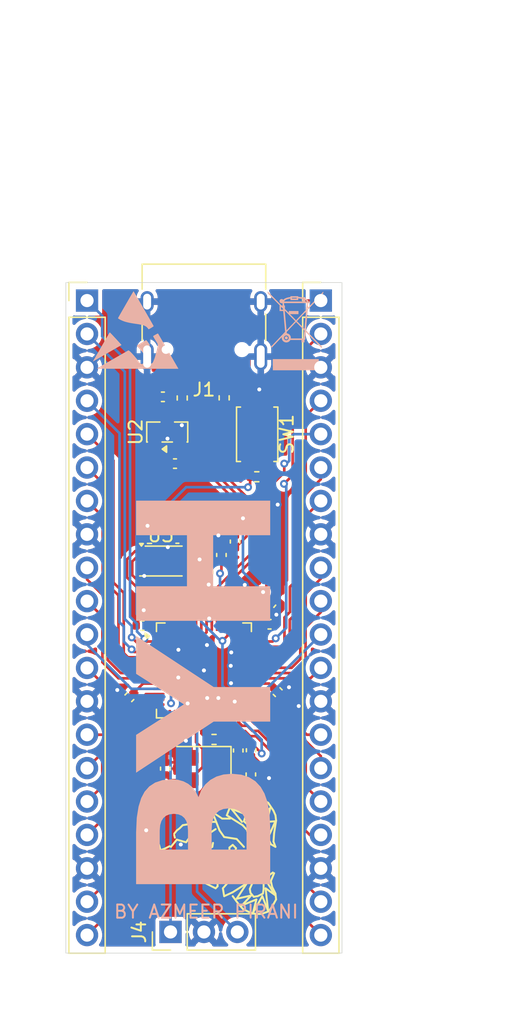
<source format=kicad_pcb>
(kicad_pcb (version 20241229) (generator "pcbnew") (generator_version "9.0")
  (layers (0 "F.Cu" signal) (2 "B.Cu" signal) (13 "F.Paste" user) (15 "B.Paste" user) (5 "F.SilkS" user "F.Silkscreen") (7 "B.SilkS" user "B.Silkscreen") (1 "F.Mask" user) (3 "B.Mask" user) (25 "Edge.Cuts" user))
  (net 0 "")
  (net 1 "+3V3")
  (net 2 "GND")
  (net 3 "+1V1")
  (net 4 "/XIN")
  (net 5 "Net-(C16-Pad1)")
  (net 6 "Net-(J1-CC2)")
  (net 7 "/UD+")
  (net 8 "/UD-")
  (net 9 "Net-(J1-CC1)")
  (net 10 "/14")
  (net 11 "/0")
  (net 12 "/8")
  (net 13 "/5")
  (net 14 "/15")
  (net 15 "/4")
  (net 16 "/6")
  (net 17 "/9")
  (net 18 "/7")
  (net 19 "/3")
  (net 20 "/10")
  (net 21 "/13")
  (net 22 "/11")
  (net 23 "/2")
  (net 24 "/12")
  (net 25 "/1")
  (net 26 "/17")
  (net 27 "/20")
  (net 28 "/RUN")
  (net 29 "/19")
  (net 30 "/27")
  (net 31 "/28")
  (net 32 "/21")
  (net 33 "/29")
  (net 34 "VBUS")
  (net 35 "/24")
  (net 36 "/18")
  (net 37 "/26")
  (net 38 "/22")
  (net 39 "/16")
  (net 40 "/23")
  (net 41 "/SWD")
  (net 42 "/SWCLK")
  (net 43 "Net-(U1-USB_DP)")
  (net 44 "Net-(U1-USB_DM)")
  (net 45 "/XOUT")
  (net 46 "Net-(R6-Pad1)")
  (net 47 "/SS")
  (net 48 "/SD3")
  (net 50 "/SD0")
  (net 51 "/SD1")
  (net 52 "/SCLK")
  (net 53 "/SD2")
  (footprint "Capacitor_SMD:C_0402_1005Metric" (layer "F.Cu") (at 153.589998 110.069999 -90)
    (property "Reference" "C9" (hide yes))
    (property "Value" "0.1uF")
  )
  (footprint "Package_DFN_QFN:QFN-56-1EP_7x7mm_P0.4mm_EP3.2x3.2mm" (layer "F.Cu") (at 150 104)
    (property "Reference" "U1")
    (property "Value" "RP2040")
  )
  (footprint "Resistor_SMD:R_0402_1005Metric" (layer "F.Cu") (at 150.77 109.25 180)
    (property "Reference" "R5" (hide yes))
    (property "Value" "1K")
  )
  (footprint "Capacitor_SMD:C_0402_1005Metric" (layer "F.Cu") (at 155.111463 98.887699 50)
    (property "Reference" "C17" (hide yes))
    (property "Value" "0.1 uF")
  )
  (footprint "Resistor_SMD:R_0402_1005Metric" (layer "F.Cu") (at 154.02 89.27 180)
    (property "Reference" "R6" (hide yes))
    (property "Value" "1K")
  )
  (footprint "Resistor_SMD:R_0402_1005Metric" (layer "F.Cu") (at 151.4 98.75 90)
    (property "Reference" "R4" (hide yes))
    (property "Value" "27")
  )
  (footprint "Capacitor_SMD:C_0402_1005Metric" (layer "F.Cu") (at 145.33 100.59 180)
    (property "Reference" "C12" (hide yes))
    (property "Value" "1uF")
  )
  (footprint "Resistor_SMD:R_0402_1005Metric" (layer "F.Cu") (at 145.86 93.96)
    (property "Reference" "R7" (hide yes))
    (property "Value" "10K")
  )
  (footprint "Resistor_SMD:R_0402_1005Metric" (layer "F.Cu") (at 151.54 83.27 -90)
    (property "Reference" "R1" (hide yes))
    (property "Value" "5.1k")
  )
  (footprint "Capacitor_SMD:C_0402_1005Metric" (layer "F.Cu") (at 150.31 96.53 90)
    (property "Reference" "C10" (hide yes))
    (property "Value" "0.1uF")
  )
  (footprint "Capacitor_SMD:C_0402_1005Metric" (layer "F.Cu") (at 147.8 88.27 180)
    (property "Reference" "C14" (hide yes))
    (property "Value" "10uF")
  )
  (footprint "Package_SON:Winbond_USON-8-1EP_3x2mm_P0.5mm_EP0.2x1.6mm" (layer "F.Cu") (at 146.725 95.68)
    (property "Reference" "U3")
    (property "Value" "W25Q16JVZPIQ TR")
  )
  (footprint "Symbol:Symbol_GNU-Logo_SilkscreenTop" (layer "F.Cu") (at 151.74 118.27 -90)
    (property "Reference" "REF**" (hide yes))
    (property "Value" "Symbol_GNU-Logo_SilkscreenTop")
  )
  (footprint "Capacitor_SMD:C_0402_1005Metric" (layer "F.Cu") (at 155.610589 105.65059 -45)
    (property "Reference" "C3" (hide yes))
    (property "Value" "0.1uF")
  )
  (footprint "Capacitor_SMD:C_0402_1005Metric" (layer "F.Cu") (at 153.57 111.91 -90)
    (property "Reference" "C16" (hide yes))
    (property "Value" "33pF")
  )
  (footprint "Capacitor_SMD:C_0402_1005Metric" (layer "F.Cu") (at 147.98 93.969998 180)
    (property "Reference" "C5" (hide yes))
    (property "Value" "0.1uF")
  )
  (footprint "Button_Switch_SMD:SW_Push_SPST_NO_Alps_SKRK" (layer "F.Cu") (at 154.05 86.04 -90)
    (property "Reference" "SW1")
    (property "Value" "SW_Push")
  )
  (footprint "Capacitor_SMD:C_0402_1005Metric" (layer "F.Cu") (at 147.06 111.47 -90)
    (property "Reference" "C15" (hide yes))
    (property "Value" "33pF")
  )
  (footprint "Connector_PinHeader_2.54mm:PinHeader_1x20_P2.54mm_Vertical" (layer "F.Cu") (at 141.11 75.87)
    (property "Reference" "J2" (hide yes))
    (property "Value" "Conn_01x20")
  )
  (footprint "Crystal:Crystal_SMD_3225-4Pin_3.2x2.5mm" (layer "F.Cu") (at 150 111.5 180)
    (property "Reference" "Y1")
    (property "Value" "12 MHz")
  )
  (footprint "Connector_PinHeader_2.54mm:PinHeader_1x20_P2.54mm_Vertical" (layer "F.Cu") (at 158.89 75.87)
    (property "Reference" "J3" (hide yes))
    (property "Value" "Conn_01x20")
  )
  (footprint "Connector_PinHeader_2.54mm:PinHeader_1x03_P2.54mm_Vertical" (layer "F.Cu") (at 147.46 123.89 90)
    (property "Reference" "J4")
    (property "Value" "Conn_01x03")
  )
  (footprint "Capacitor_SMD:C_0402_1005Metric" (layer "F.Cu") (at 146.88 83.19 180)
    (property "Reference" "C13" (hide yes))
    (property "Value" "10uF")
  )
  (footprint "Connector_USB:USB_C_Receptacle_HRO_TYPE-C-31-M-12" (layer "F.Cu") (at 150 77 180)
    (property "Reference" "J1")
    (property "Value" "USB_C_Receptacle_USB2.0_14P")
  )
  (footprint "Capacitor_SMD:C_0402_1005Metric" (layer "F.Cu") (at 152.420001 98.83 90)
    (property "Reference" "C11" (hide yes))
    (property "Value" "1uF")
  )
  (footprint "Resistor_SMD:R_0402_1005Metric" (layer "F.Cu") (at 150.46 98.75 90)
    (property "Reference" "R3" (hide yes))
    (property "Value" "27")
  )
  (footprint "Capacitor_SMD:C_0402_1005Metric" (layer "F.Cu") (at 153.529999 99.130003 90)
    (property "Reference" "C1" (hide yes))
    (property "Value" "0.1uF")
  )
  (footprint "Capacitor_SMD:C_0402_1005Metric" (layer "F.Cu") (at 151.330002 95.22 90)
    (property "Reference" "C8" (hide yes))
    (property "Value" "0.1uF")
  )
  (footprint "Capacitor_SMD:C_0402_1005Metric" (layer "F.Cu") (at 152.609999 110.09 -90)
    (property "Reference" "C4" (hide yes))
    (property "Value" "0.1uF")
  )
  (footprint "Capacitor_SMD:C_0402_1005Metric" (layer "F.Cu") (at 144.33 106.04 -135)
    (property "Reference" "C6" (hide yes))
    (property "Value" "0.1uF")
  )
  (footprint "Capacitor_SMD:C_0402_1005Metric" (layer "F.Cu") (at 152.370001 94.2 90)
    (property "Reference" "C7" (hide yes))
    (property "Value" "0.1uF")
  )
  (footprint "Package_TO_SOT_SMD:SOT-23" (layer "F.Cu") (at 147.210001 85.867496 90)
    (property "Reference" "U2")
    (property "Value" "MCP1700x-330xxTT")
  )
  (footprint "Capacitor_SMD:C_0402_1005Metric" (layer "F.Cu") (at 154.99 100.49)
    (property "Reference" "C2" (hide yes))
    (property "Value" "0.1uF")
  )
  (footprint "Resistor_SMD:R_0402_1005Metric" (layer "F.Cu") (at 148.35 83.28 -90)
    (property "Reference" "R2" (hide yes))
    (property "Value" "5.1k")
  )
  (footprint "Symbol:ESD-Logo_6.6x6mm_SilkScreen" (layer "B.Cu") (at 144.801761 78.094512 180)
    (property "Reference" "REF**" (hide yes))
    (property "Value" "ESD-Logo_6.6x6mm_SilkScreen" (hide yes))
  )
  (footprint "Symbol:WEEE-Logo_4.2x6mm_SilkScreen" (layer "B.Cu") (at 156.97 78.18 180)
    (property "Reference" "REF**" (hide yes))
    (property "Value" "WEEE-Logo_4.2x6mm_SilkScreen" (hide yes))
  )
  (gr_rect (start 139.5 74.5) (end 160.5 125.5) (stroke (width 0.05)) (fill no) (layer "Edge.Cuts"))
  (gr_text "BYH" (at 156.74 121.54 90) (layer "B.SilkS") (effects (font (size 10 10)) (justify left bottom)))
  (gr_text "BY AZMEER PIRANI\n" (at 150.17 122.35 0) (layer "B.SilkS") (effects (font (size 1 1))))
  (segment (start 150.2 100.5625) (end 150.2 100.248527) (width 0.2) (layer "F.Cu") (net 1))
  (segment (start 152.97 92.43) (end 152.97 92.196763) (width 0.2) (layer "F.Cu") (net 1))
  (segment (start 150.2 106.9) (end 150.2 107.4375) (width 0.2) (layer "F.Cu") (net 1))
  (segment (start 147.299943 105) (end 147.3 104.999943) (width 0.2) (layer "F.Cu") (net 1))
  (segment (start 150.2 100.248527) (end 150.4 100.048527) (width 0.2) (layer "F.Cu") (net 1))
  (segment (start 151.330001 96.521469) (end 151.225735 96.625735) (width 0.2) (layer "F.Cu") (net 1))
  (segment (start 150.2 108.49) (end 150.2 107.4375) (width 0.2) (layer "F.Cu") (net 1))
  (segment (start 151.609998 108.61) (end 150.32 108.61) (width 0.2) (layer "F.Cu") (net 1))
  (segment (start 148.22 105.91) (end 149.21 105.91) (width 0.2) (layer "F.Cu") (net 1))
  (segment (start 148.15 94.93) (end 148.15 94.29) (width 0.2) (layer "F.Cu") (net 1))
  (segment (start 147.309943 104.999943) (end 148.22 105.91) (width 0.2) (layer "F.Cu") (net 1))
  (segment (start 153.4375 105) (end 154.959998 105) (width 0.2) (layer "F.Cu") (net 1))
  (segment (start 150.2 101.097774) (end 150.2 100.5625) (width 0.2) (layer "F.Cu") (net 1))
  (segment (start 154.3475 100.49) (end 153.4375 101.4) (width 0.2) (layer "F.Cu") (net 1))
  (segment (start 152.69 104.91) (end 152.78 105) (width 0.2) (layer "F.Cu") (net 1))
  (segment (start 154.5 98.952473) (end 154.5 98.04) (width 0.2) (layer "F.Cu") (net 1))
  (segment (start 145.82 100.6575) (end 146.5625 101.4) (width 0.2) (layer "F.Cu") (net 1))
  (segment (start 152.2 100.5625) (end 152.6 100.5625) (width 0.2) (layer "F.Cu") (net 1))
  (segment (start 146.5625 105) (end 145.370003 105) (width 0.2) (layer "F.Cu") (net 1))
  (segment (start 151.330001 95.7) (end 151.330001 96.521469) (width 0.2) (layer "F.Cu") (net 1))
  (segment (start 152.37 94.68) (end 153.238 93.812) (width 0.2) (layer "F.Cu") (net 1))
  (segment (start 152.78 105) (end 153.4375 105) (width 0.2) (layer "F.Cu") (net 1))
  (segment (start 145.81 100.590002) (end 145.82 100.600002) (width 0.2) (layer "F.Cu") (net 1))
  (segment (start 154.51 100.49) (end 154.3475 100.49) (width 0.2) (layer "F.Cu") (net 1))
  (segment (start 148.29 88.260002) (end 148.28 88.270002) (width 0.2) (layer "F.Cu") (net 1))
  (segment (start 147.3 104.999943) (end 147.3 101.4) (width 0.2) (layer "F.Cu") (net 1))
  (segment (start 149.21 105.91) (end 150.2 106.9) (width 0.2) (layer "F.Cu") (net 1))
  (segment (start 150.6 100.248527) (end 150.4 100.048527) (width 0.2) (layer "F.Cu") (net 1))
  (segment (start 146.5625 105) (end 147.299943 105) (width 0.2) (layer "F.Cu") (net 1))
  (segment (start 154.756583 99.209056) (end 154.802925 99.255398) (width 0.2) (layer "F.Cu") (net 1))
  (segment (start 152.69 101.54) (end 152.69 104.91) (width 0.2) (layer "F.Cu") (net 1))
  (segment (start 146.37 93.96) (end 146.971 93.359) (width 0.2) (layer "F.Cu") (net 1))
  (segment (start 153.238 93.812) (end 153.238 91.928763) (width 0.2) (layer "F.Cu") (net 1))
  (segment (start 154.756583 90.293417) (end 154.756583 99.209056) (width 0.2) (layer "F.Cu") (net 1))
  (segment (start 145.370003 105) (end 144.669412 105.700591) (width 0.2) (layer "F.Cu") (net 1))
  (segment (start 152.83 101.4) (end 152.69 101.54) (width 0.2) (layer "F.Cu") (net 1))
  (segment (start 153.4375 101.4) (end 152.83 101.4) (width 0.2) (layer "F.Cu") (net 1))
  (segment (start 148.28 86.925) (end 148.159999 86.804999) (width 0.2) (layer "F.Cu") (net 1))
  (segment (start 156.11 88.94) (end 154.756583 90.293417) (width 0.2) (layer "F.Cu") (net 1))
  (segment (start 153.238 91.928763) (end 149.569239 88.260002) (width 0.2) (layer "F.Cu") (net 1))
  (segment (start 148.15 94.29) (end 148.46 93.98) (width 0.2) (layer "F.Cu") (net 1))
  (segment (start 146.971 93.359) (end 147.849004 93.359) (width 0.2) (layer "F.Cu") (net 1))
  (segment (start 154.448323 99.61) (end 154.802925 99.255398) (width 0.2) (layer "F.Cu") (net 1))
  (segment (start 147.849004 93.359) (end 148.46 93.969996) (width 0.2) (layer "F.Cu") (net 1))
  (segment (start 150.6 100.5625) (end 150.6 100.248527) (width 0.2) (layer "F.Cu") (net 1))
  (segment (start 151.35 95.7) (end 152.37 94.68) (width 0.2) (layer "F.Cu") (net 1))
  (segment (start 152.609998 109.61) (end 151.609998 108.61) (width 0.2) (layer "F.Cu") (net 1))
  (segment (start 154.802925 99.255398) (end 154.5 98.952473) (width 0.2) (layer "F.Cu") (net 1))
  (segment (start 151.330001 95.7) (end 150.560001 94.93) (width 0.2) (layer "F.Cu") (net 1))
  (segment (start 156.11 88.27) (end 156.11 88.94) (width 0.2) (layer "F.Cu") (net 1))
  (segment (start 154.51 99.548323) (end 154.802925 99.255398) (width 0.2) (layer "F.Cu") (net 1))
  (segment (start 154.959998 105) (end 155.271178 105.31118) (width 0.2) (layer "F.Cu") (net 1))
  (segment (start 149.569239 88.260002) (end 148.29 88.260002) (width 0.2) (layer "F.Cu") (net 1))
  (segment (start 150.32 108.61) (end 150.2 108.49) (width 0.2) (layer "F.Cu") (net 1))
  (segment (start 152.97 92.196763) (end 153.238 91.928763) (width 0.2) (layer "F.Cu") (net 1))
  (segment (start 150.560001 94.93) (end 148.15 94.93) (width 0.2) (layer "F.Cu") (net 1))
  (segment (start 154.51 100.49) (end 154.51 99.548323) (width 0.2) (layer "F.Cu") (net 1))
  (segment (start 149.897774 101.4) (end 150.2 101.097774) (width 0.2) (layer "F.Cu") (net 1))
  (segment (start 145.82 100.600002) (end 145.82 100.6575) (width 0.2) (layer "F.Cu") (net 1))
  (segment (start 152.6 100.5625) (end 152.6 100.54) (width 0.2) (layer "F.Cu") (net 1))
  (segment (start 146.5625 101.4) (end 149.897774 101.4) (width 0.2) (layer "F.Cu") (net 1))
  (segment (start 153.53 99.61) (end 154.448323 99.61) (width 0.2) (layer "F.Cu") (net 1))
  (segment (start 147.3 104.999943) (end 147.309943 104.999943) (width 0.2) (layer "F.Cu") (net 1))
  (segment (start 148.28 88.270002) (end 148.28 86.925) (width 0.2) (layer "F.Cu") (net 1))
  (segment (start 152.6 100.54) (end 153.53 99.61) (width 0.2) (layer "F.Cu") (net 1))
  (via (at 150.4 100.048527) (size 0.6) (drill 0.3) (layers "F.Cu" "B.Cu") (net 1))
  (via (at 154.5 98.04) (size 0.6) (drill 0.3) (layers "F.Cu" "B.Cu") (net 1))
  (via (at 156.11 88.27) (size 0.6) (drill 0.3) (layers "F.Cu" "B.Cu") (net 1))
  (via (at 152.97 92.43) (size 0.6) (drill 0.3) (layers "F.Cu" "B.Cu") (net 1))
  (via (at 151.225735 96.625735) (size 0.6) (drill 0.3) (layers "F.Cu" "B.Cu") (net 1))
  (segment (start 152.97 92.65) (end 152.97 92.43) (width 0.2) (layer "B.Cu") (net 1))
  (segment (start 156.278 88.27) (end 156.489 88.059) (width 0.2) (layer "B.Cu") (net 1))
  (segment (start 151.225735 96.625735) (end 151.225735 99.222793) (width 0.2) (layer "B.Cu") (net 1))
  (segment (start 154.5 98.04) (end 152.97 96.51) (width 0.2) (layer "B.Cu") (net 1))
  (segment (start 152.97 96.51) (end 152.97 92.65) (width 0.2) (layer "B.Cu") (net 1))
  (segment (start 156.489 86.381057) (end 156.840057 86.03) (width 0.2) (layer "B.Cu") (net 1))
  (segment (start 156.840057 86.03) (end 158.89 86.03) (width 0.2) (layer "B.Cu") (net 1))
  (segment (start 156.489 88.059) (end 156.489 86.381057) (width 0.2) (layer "B.Cu") (net 1))
  (segment (start 156.11 88.27) (end 156.278 88.27) (width 0.2) (layer "B.Cu") (net 1))
  (segment (start 151.225735 99.222793) (end 150.4 100.048527) (width 0.2) (layer "B.Cu") (net 1))
  (segment (start 150.310001 96.05) (end 150.16 96.05) (width 0.2) (layer "F.Cu") (net 2))
  (segment (start 147.060002 110.990001) (end 148.56 110.990001) (width 0.2) (layer "F.Cu") (net 2))
  (segment (start 155.47 99.8) (end 155.51 99.76) (width 0.2) (layer "F.Cu") (net 2))
  (segment (start 152.370002 93.72) (end 151.11 93.72) (width 0.2) (layer "F.Cu") (net 2))
  (segment (start 151.100001 112.349998) (end 151.100001 111.909999) (width 0.2) (layer "F.Cu") (net 2))
  (segment (start 153.775274 110.549998) (end 154.95 111.724724) (width 0.2) (layer "F.Cu") (net 2))
  (segment (start 143.990588 106.070588) (end 143.41 105.49) (width 0.2) (layer "F.Cu") (net 2))
  (segment (start 147.5 93.97) (end 147.5 94.378054) (width 0.2) (layer "F.Cu") (net 2))
  (segment (start 151.330003 93.960003) (end 151.1 93.73) (width 0.2) (layer "F.Cu") (net 2))
  (segment (start 152.420002 98.35) (end 152.420002 98.179998) (width 0.2) (layer "F.Cu") (net 2))
  (segment (start 145.3 96.43) (end 145.3 96.652472) (width 0.2) (layer "F.Cu") (net 2))
  (segment (start 149 106.749611) (end 148.761865 106.511476) (width 0.2) (layer "F.Cu") (net 2))
  (segment (start 153.249999 81.669999) (end 154.21 82.63) (width 0.2) (layer "F.Cu") (net 2))
  (segment (start 150.16 96.05) (end 149.67 95.56) (width 0.2) (layer "F.Cu") (net 2))
  (segment (start 145.3 96.652472) (end 145.46 96.812472) (width 0.2) (layer "F.Cu") (net 2))
  (segment (start 155.47 100.49) (end 155.47 99.8) (width 0.2) (layer "F.Cu") (net 2))
  (segment (start 147.5 94.378054) (end 147.254329 94.623725) (width 0.2) (layer "F.Cu") (net 2))
  (segment (start 153.569994 110.57) (end 153.589996 110.549998) (width 0.2) (layer "F.Cu") (net 2))
  (segment (start 153.529998 98.650006) (end 153.529998 97.918528) (width 0.2) (layer "F.Cu") (net 2))
  (segment (start 152.420002 98.179998) (end 153.105735 97.494265) (width 0.2) (layer "F.Cu") (net 2))
  (segment (start 151.330003 94.74) (end 151.330003 93.960003) (width 0.2) (layer "F.Cu") (net 2))
  (segment (start 149 107.4375) (end 149 106.749611) (width 0.2) (layer "F.Cu") (net 2))
  (segment (start 148.17 117.17) (end 146.38 117.17) (width 0.2) (layer "F.Cu") (net 2))
  (segment (start 151.11 93.72) (end 151.1 93.73) (width 0.2) (layer "F.Cu") (net 2))
  (segment (start 146.38 117.17) (end 145.61 116.4) (width 0.2) (layer "F.Cu") (net 2))
  (segment (start 152.61 110.57) (end 153.569994 110.57) (width 0.2) (layer "F.Cu") (net 2))
  (segment (start 148.56 110.990001) (end 148.899999 110.650002) (width 0.2) (layer "F.Cu") (net 2))
  (segment (start 154.95 111.724724) (end 154.95 112.19) (width 0.2) (layer "F.Cu") (net 2))
  (segment (start 143.990588 106.379409) (end 143.990588 106.070588) (width 0.2) (layer "F.Cu") (net 2))
  (segment (start 153.529998 97.918528) (end 153.105735 97.494265) (width 0.2) (layer "F.Cu") (net 2))
  (segment (start 144.85 99.99) (end 145.42 99.42) (width 0.2) (layer "F.Cu") (net 2))
  (segment (start 153.249999 81.045002) (end 153.249999 81.669999) (width 0.2) (layer "F.Cu") (net 2))
  (segment (start 153.569998 112.389999) (end 153.469998 112.289999) (width 0.2) (layer "F.Cu") (net 2))
  (segment (start 144.85 100.589998) (end 144.85 99.99) (width 0.2) (layer "F.Cu") (net 2))
  (segment (start 148.24 117.24) (end 148.17 117.17) (width 0.2) (layer "F.Cu") (net 2))
  (segment (start 153.589996 110.549998) (end 153.775274 110.549998) (width 0.2) (layer "F.Cu") (net 2))
  (segment (start 145.61 116.4) (end 145.61 116.16) (width 0.2) (layer "F.Cu") (net 2))
  (via (at 147.254329 94.623725) (size 0.6) (drill 0.3) (layers "F.Cu" "B.Cu") (net 2))
  (via (at 148.05 104.54) (size 0.6) (drill 0.3) (layers "F.Cu" "B.Cu") (net 2))
  (via (at 145.61 116.16) (size 0.6) (drill 0.3) (layers "F.Cu" "B.Cu") (net 2))
  (via (at 152.04 103.65) (size 0.6) (drill 0.3) (layers "F.Cu" "B.Cu") (net 2))
  (via (at 145.42 99.42) (size 0.6) (drill 0.3) (layers "F.Cu" "B.Cu") (net 2))
  (via (at 150.23 102.07) (size 0.6) (drill 0.3) (layers "F.Cu" "B.Cu") (net 2))
  (via (at 151.1 93.73) (size 0.6) (drill 0.3) (layers "F.Cu" "B.Cu") (net 2))
  (via (at 152.08 102.63) (size 0.6) (drill 0.3) (layers "F.Cu" "B.Cu") (net 2))
  (via (at 153.105735 97.494265) (size 0.6) (drill 0.3) (layers "F.Cu" "B.Cu") (net 2))
  (via (at 150 104) (size 0.6) (drill 0.3) (layers "F.Cu" "B.Cu") (net 2))
  (via (at 145.46 96.812472) (size 0.6) (drill 0.3) (layers "F.Cu" "B.Cu") (net 2))
  (via (at 148.63 109.35) (size 0.6) (drill 0.3) (layers "F.Cu" "B.Cu") (net 2))
  (via (at 155.51 99.76) (size 0.6) (drill 0.3) (layers "F.Cu" "B.Cu") (net 2))
  (via (at 148.24 117.24) (size 0.6) (drill 0.3) (layers "F.Cu" "B.Cu") (net 2))
  (via (at 154.95 112.19) (size 0.6) (drill 0.3) (layers "F.Cu" "B.Cu") (net 2))
  (via (at 149.67 95.56) (size 0.6) (drill 0.3) (layers "F.Cu" "B.Cu") (net 2))
  (via (at 157.21 106.71) (size 0.6) (drill 0.3) (layers "F.Cu" "B.Cu") (net 2))
  (via (at 148.32 85.35) (size 0.6) (drill 0.3) (layers "F.Cu" "B.Cu") (net 2))
  (via (at 155.61 91.39) (size 0.6) (drill 0.3) (layers "F.Cu" "B.Cu") (net 2))
  (via (at 148.761865 106.511476) (size 0.6) (drill 0.3) (layers "F.Cu" "B.Cu") (net 2))
  (via (at 156.47 105.28) (size 0.6) (drill 0.3) (layers "F.Cu" "B.Cu") (net 2))
  (via (at 143.41 105.49) (size 0.6) (drill 0.3) (layers "F.Cu" "B.Cu") (net 2))
  (via (at 150 104) (size 0.6) (drill 0.3) (layers "F.Cu" "B.Cu") (net 2))
  (via (at 152.06 104.97) (size 0.6) (drill 0.3) (layers "F.Cu" "B.Cu") (net 2))
  (via (at 154.21 82.63) (size 0.6) (drill 0.3) (layers "F.Cu" "B.Cu") (net 2))
  (via (at 147.23 86.37) (size 0.6) (drill 0.3) (layers "F.Cu" "B.Cu") (net 2))
  (via (at 148.06 102.43) (size 0.6) (drill 0.3) (layers "F.Cu" "B.Cu") (net 2))
  (segment (start 148.63 116.85) (end 148.24 117.24) (width 0.2) (layer "B.Cu") (net 2))
  (segment (start 157.21 109.93) (end 154.95 112.19) (width 0.2) (layer "B.Cu") (net 2))
  (segment (start 148.63 109.35) (end 148.63 116.85) (width 0.2) (layer "B.Cu") (net 2))
  (segment (start 157.21 106.71) (end 157.21 109.93) (width 0.2) (layer "B.Cu") (net 2))
  (segment (start 151.8 99.93) (end 152.42 99.31) (width 0.2) (layer "F.Cu") (net 3))
  (segment (start 153.665219 109.59) (end 154.393957 110.318738) (width 0.2) (layer "F.Cu") (net 3))
  (segment (start 153.59 109.59) (end 153.665219 109.59) (width 0.2) (layer "F.Cu") (net 3))
  (segment (start 149.8 100.5625) (end 149.8 97.519999) (width 0.2) (layer "F.Cu") (net 3))
  (segment (start 153.54 109.59) (end 152.966451 109.016451) (width 0.2) (layer "F.Cu") (net 3))
  (segment (start 152.583549 109.016451) (end 151.776098 108.209) (width 0.2) (layer "F.Cu") (net 3))
  (segment (start 153.59 109.59) (end 153.54 109.59) (width 0.2) (layer "F.Cu") (net 3))
  (segment (start 150.6 107.4375) (end 150.6 107.972774) (width 0.2) (layer "F.Cu") (net 3))
  (segment (start 150.309999 97.01) (end 150.309999 97.417214) (width 0.2) (layer "F.Cu") (net 3))
  (segment (start 150.836226 108.209) (end 151.776098 108.209) (width 0.2) (layer "F.Cu") (net 3))
  (segment (start 151.8 101.36) (end 151.41 101.75) (width 0.2) (layer "F.Cu") (net 3))
  (segment (start 153.51745 109.56745) (end 153.52745 109.56745) (width 0.2) (layer "F.Cu") (net 3))
  (segment (start 150.6 107.972774) (end 150.836226 108.209) (width 0.2) (layer "F.Cu") (net 3))
  (segment (start 151.8 100.5625) (end 151.8 99.93) (width 0.2) (layer "F.Cu") (net 3))
  (segment (start 150.309999 97.417214) (end 150.362785 97.47) (width 0.2) (layer "F.Cu") (net 3))
  (segment (start 149.8 97.519999) (end 150.309999 97.01) (width 0.2) (layer "F.Cu") (net 3))
  (segment (start 151.8 101.36) (end 151.8 100.5625) (width 0.2) (layer "F.Cu") (net 3))
  (segment (start 152.966451 109.016451) (end 152.583549 109.016451) (width 0.2) (layer "F.Cu") (net 3))
  (via (at 154.393957 110.318738) (size 0.6) (drill 0.3) (layers "F.Cu" "B.Cu") (net 3))
  (via (at 150.362785 97.47) (size 0.6) (drill 0.3) (layers "F.Cu" "B.Cu") (net 3))
  (via (at 151.41 101.75) (size 0.6) (drill 0.3) (layers "F.Cu" "B.Cu") (net 3))
  (segment (start 154.393957 110.318738) (end 154.393957 109.2739) (width 0.2) (layer "B.Cu") (net 3))
  (segment (start 151.739 105.498943) (end 151.41 105.169943) (width 0.2) (layer "B.Cu") (net 3))
  (segment (start 151.25153 101.75) (end 151.41 101.75) (width 0.2) (layer "B.Cu") (net 3))
  (segment (start 149.799 98.033785) (end 149.799 100.29747) (width 0.2) (layer "B.Cu") (net 3))
  (segment (start 154.393957 109.2739) (end 151.739 106.618943) (width 0.2) (layer "B.Cu") (net 3))
  (segment (start 151.739 106.618943) (end 151.739 105.498943) (width 0.2) (layer "B.Cu") (net 3))
  (segment (start 150.362785 97.47) (end 149.799 98.033785) (width 0.2) (layer "B.Cu") (net 3))
  (segment (start 149.799 100.29747) (end 151.25153 101.75) (width 0.2) (layer "B.Cu") (net 3))
  (segment (start 151.41 105.169943) (end 151.41 101.75) (width 0.2) (layer "B.Cu") (net 3))
  (segment (start 148.899998 112.350003) (end 147.460002 112.350003) (width 0.2) (layer "F.Cu") (net 4))
  (segment (start 149.4 107.4375) (end 149.4 109.46) (width 0.2) (layer "F.Cu") (net 4))
  (segment (start 149.900999 111.349002) (end 148.899998 112.350003) (width 0.2) (layer "F.Cu") (net 4))
  (segment (start 149.900999 109.960999) (end 149.900999 111.349002) (width 0.2) (layer "F.Cu") (net 4))
  (segment (start 149.4 109.46) (end 149.900999 109.960999) (width 0.2) (layer "F.Cu") (net 4))
  (segment (start 147.460002 112.350003) (end 147.059998 111.949999) (width 0.2) (layer "F.Cu") (net 4))
  (segment (start 153.570002 111.430001) (end 153.470002 111.330001) (width 0.2) (layer "F.Cu") (net 5))
  (segment (start 151.28 109.25) (end 151.28 110.469999) (width 0.2) (layer "F.Cu") (net 5))
  (segment (start 151.100002 110.649997) (end 151.650005 111.2) (width 0.2) (layer "F.Cu") (net 5))
  (segment (start 151.28 110.469999) (end 151.100002 110.649997) (width 0.2) (layer "F.Cu") (net 5))
  (segment (start 152.620002 111.430001) (end 153.570002 111.430001) (width 0.2) (layer "F.Cu") (net 5))
  (segment (start 152.390001 111.2) (end 152.620002 111.430001) (width 0.2) (layer "F.Cu") (net 5))
  (segment (start 151.650005 111.2) (end 152.390001 111.2) (width 0.2) (layer "F.Cu") (net 5))
  (segment (start 148.35 82.77) (end 148.249998 82.669998) (width 0.2) (layer "F.Cu") (net 6))
  (segment (start 148.249998 82.669998) (end 148.249998 81.045002) (width 0.2) (layer "F.Cu") (net 6))
  (segment (start 149.250001 82.021996) (end 149.299003 82.070998) (width 0.2) (layer "F.Cu") (net 7))
  (segment (start 149.250001 81.044999) (end 149.250001 82.021996) (width 0.2) (layer "F.Cu") (net 7))
  (segment (start 150.010002 87.749914) (end 149.84618 87.749914) (width 0.2) (layer "F.Cu") (net 7))
  (segment (start 150.201003 82.070998) (end 150.250002 82.021999) (width 0.2) (layer "F.Cu") (net 7))
  (segment (start 150.010002 86.549914) (end 149.84618 86.549914) (width 0.2) (layer "F.Cu") (net 7))
  (segment (start 149.60618 87.509914) (end 149.60618 87.389914) (width 0.2) (layer "F.Cu") (net 7))
  (segment (start 150.250002 82.021999) (end 150.250002 81.045001) (width 0.2) (layer "F.Cu") (net 7))
  (segment (start 150.250002 84.693855) (end 150.250002 82.021999) (width 0.2) (layer "F.Cu") (net 7))
  (segment (start 150.250002 85.589914) (end 150.250002 84.739288) (width 0.2) (layer "F.Cu") (net 7))
  (segment (start 150.46 98.24) (end 153.639 95.061) (width 0.2) (layer "F.Cu") (net 7))
  (segment (start 150.250002 88.373665) (end 150.250002 87.989914) (width 0.2) (layer "F.Cu") (net 7))
  (segment (start 149.84618 85.949914) (end 150.010002 85.949914) (width 0.2) (layer "F.Cu") (net 7))
  (segment (start 149.60618 86.309914) (end 149.60618 86.189914) (width 0.2) (layer "F.Cu") (net 7))
  (segment (start 150.250002 84.709288) (end 150.250002 84.693855) (width 0.2) (layer "F.Cu") (net 7))
  (segment (start 150.250002 84.739288) (end 150.250002 84.709288) (width 0.2) (layer "F.Cu") (net 7))
  (segment (start 150.250002 85.709914) (end 150.250002 85.589914) (width 0.2) (layer "F.Cu") (net 7))
  (segment (start 149.84618 87.149914) (end 150.010002 87.149914) (width 0.2) (layer "F.Cu") (net 7))
  (segment (start 153.639 95.061) (end 153.639 91.762663) (width 0.2) (layer "F.Cu") (net 7))
  (segment (start 153.639 91.762663) (end 150.250002 88.373665) (width 0.2) (layer "F.Cu") (net 7))
  (segment (start 149.299003 82.070998) (end 150.201003 82.070998) (width 0.2) (layer "F.Cu") (net 7))
  (segment (start 150.250002 86.909914) (end 150.250002 86.789914) (width 0.2) (layer "F.Cu") (net 7))
  (arc (start 150.010002 87.149914) (mid 150.179708 87.07962) (end 150.250002 86.909914) (width 0.2) (layer "F.Cu") (net 7))
  (arc (start 150.250002 87.989914) (mid 150.179708 87.820208) (end 150.010002 87.749914) (width 0.2) (layer "F.Cu") (net 7))
  (arc (start 149.84618 87.749914) (mid 149.676474 87.67962) (end 149.60618 87.509914) (width 0.2) (layer "F.Cu") (net 7))
  (arc (start 149.60618 87.389914) (mid 149.676474 87.220208) (end 149.84618 87.149914) (width 0.2) (layer "F.Cu") (net 7))
  (arc (start 149.84618 86.549914) (mid 149.676474 86.47962) (end 149.60618 86.309914) (width 0.2) (layer "F.Cu") (net 7))
  (arc (start 150.250002 86.789914) (mid 150.179708 86.620208) (end 150.010002 86.549914) (width 0.2) (layer "F.Cu") (net 7))
  (arc (start 149.60618 86.189914) (mid 149.676474 86.020208) (end 149.84618 85.949914) (width 0.2) (layer "F.Cu") (net 7))
  (arc (start 150.010002 85.949914) (mid 150.179708 85.87962) (end 150.250002 85.709914) (width 0.2) (layer "F.Cu") (net 7))
  (segment (start 150.750001 80.068) (end 150.750001 81.044999) (width 0.2) (layer "F.Cu") (net 8))
  (segment (start 149.750003 81.044998) (end 149.750003 80.068) (width 0.2) (layer "F.Cu") (net 8))
  (segment (start 149.799002 80.019001) (end 150.701002 80.019001) (width 0.2) (layer "F.Cu") (net 8))
  (segment (start 150.701002 80.019001) (end 150.750001 80.068) (width 0.2) (layer "F.Cu") (net 8))
  (segment (start 154.04 91.596563) (end 150.750001 88.306564) (width 0.2) (layer "F.Cu") (net 8))
  (segment (start 154.04 95.2271) (end 154.04 91.596563) (width 0.2) (layer "F.Cu") (net 8))
  (segment (start 150.750001 88.306564) (end 150.750001 81.044999) (width 0.2) (layer "F.Cu") (net 8))
  (segment (start 151.21355 98.05355) (end 154.04 95.2271) (width 0.2) (layer "F.Cu") (net 8))
  (segment (start 151.4 98.24) (end 151.21355 98.05355) (width 0.2) (layer "F.Cu") (net 8))
  (segment (start 149.750003 80.068) (end 149.799002 80.019001) (width 0.2) (layer "F.Cu") (net 8))
  (segment (start 151.25 82.47) (end 151.25 81.045) (width 0.2) (layer "F.Cu") (net 9))
  (segment (start 151.54 82.76) (end 151.25 82.47) (width 0.2) (layer "F.Cu") (net 9))
  (segment (start 143.072 119.628) (end 141.11 121.59) (width 0.2) (layer "F.Cu") (net 10))
  (segment (start 147.69 108.72) (end 145.5213 108.72) (width 0.2) (layer "F.Cu") (net 10))
  (segment (start 148.2 108.21) (end 147.69 108.72) (width 0.2) (layer "F.Cu") (net 10))
  (segment (start 148.2 107.4375) (end 148.2 108.21) (width 0.2) (layer "F.Cu") (net 10))
  (segment (start 143.072 111.1693) (end 143.072 119.628) (width 0.2) (layer "F.Cu") (net 10))
  (segment (start 145.5213 108.72) (end 143.072 111.1693) (width 0.2) (layer "F.Cu") (net 10))
  (segment (start 146.5625 101.8) (end 145.667794 101.8) (width 0.2) (layer "F.Cu") (net 11))
  (segment (start 145.667794 101.8) (end 145.463897 101.596103) (width 0.2) (layer "F.Cu") (net 11))
  (via (at 145.463897 101.596103) (size 0.6) (drill 0.3) (layers "F.Cu" "B.Cu") (net 11))
  (segment (start 144.38 80.71) (end 142.261 78.591) (width 0.2) (layer "B.Cu") (net 11))
  (segment (start 144.911 100.453957) (end 144.38 99.922957) (width 0.2) (layer "B.Cu") (net 11))
  (segment (start 145.463897 101.596103) (end 145.111 101.243206) (width 0.2) (layer "B.Cu") (net 11))
  (segment (start 144.38 99.922957) (end 144.38 80.71) (width 0.2) (layer "B.Cu") (net 11))
  (segment (start 145.111 101.241792) (end 144.911 101.041792) (width 0.2) (layer "B.Cu") (net 11))
  (segment (start 142.261 77.021) (end 141.11 75.87) (width 0.2) (layer "B.Cu") (net 11))
  (segment (start 144.911 101.041792) (end 144.911 100.453957) (width 0.2) (layer "B.Cu") (net 11))
  (segment (start 145.111 101.243206) (end 145.111 101.241792) (width 0.2) (layer "B.Cu") (net 11))
  (segment (start 142.261 78.591) (end 142.261 77.021) (width 0.2) (layer "B.Cu") (net 11))
  (segment (start 147.1 105.4) (end 146.5625 105.4) (width 0.2) (layer "F.Cu") (net 12))
  (segment (start 147.497838 106.498624) (end 147.497838 105.797838) (width 0.2) (layer "F.Cu") (net 12))
  (segment (start 147.497838 105.797838) (end 147.1 105.4) (width 0.2) (layer "F.Cu") (net 12))
  (via (at 147.497838 106.498624) (size 0.6) (drill 0.3) (layers "F.Cu" "B.Cu") (net 12))
  (segment (start 147.1 105.4) (end 144.48 105.4) (width 0.2) (layer "B.Cu") (net 12))
  (segment (start 147.497838 106.498624) (end 147.497838 105.797838) (width 0.2) (layer "B.Cu") (net 12))
  (segment (start 141.11 102.03) (end 141.11 101.27) (width 0.2) (layer "B.Cu") (net 12))
  (segment (start 144.48 105.4) (end 141.11 102.03) (width 0.2) (layer "B.Cu") (net 12))
  (segment (start 147.497838 105.797838) (end 147.1 105.4) (width 0.2) (layer "B.Cu") (net 12))
  (segment (start 142.3 97.67) (end 142.3 92.3) (width 0.2) (layer "F.Cu") (net 13))
  (segment (start 143.09 103.04) (end 143.09 98.46) (width 0.2) (layer "F.Cu") (net 13))
  (segment (start 146.5625 103.8) (end 143.85 103.8) (width 0.2) (layer "F.Cu") (net 13))
  (segment (start 142.3 92.3) (end 141.11 91.11) (width 0.2) (layer "F.Cu") (net 13))
  (segment (start 143.09 98.46) (end 142.3 97.67) (width 0.2) (layer "F.Cu") (net 13))
  (segment (start 143.85 103.8) (end 143.09 103.04) (width 0.2) (layer "F.Cu") (net 13))
  (segment (start 143.473 111.3354) (end 143.473 121.767) (width 0.2) (layer "F.Cu") (net 14))
  (segment (start 145.6884 109.12) (end 143.473 111.3354) (width 0.2) (layer "F.Cu") (net 14))
  (segment (start 148.6 107.4375) (end 148.6 108.3229) (width 0.2) (layer "F.Cu") (net 14))
  (segment (start 143.473 121.767) (end 141.11 124.13) (width 0.2) (layer "F.Cu") (net 14))
  (segment (start 147.87 109.12) (end 145.6884 109.12) (width 0.2) (layer "F.Cu") (net 14))
  (segment (start 148.6 108.3229) (end 148.601 108.3239) (width 0.2) (layer "F.Cu") (net 14))
  (segment (start 148.601 108.389) (end 147.87 109.12) (width 0.2) (layer "F.Cu") (net 14))
  (segment (start 148.601 108.3239) (end 148.601 108.389) (width 0.2) (layer "F.Cu") (net 14))
  (segment (start 142.7 97.49) (end 142.7 96.312) (width 0.2) (layer "F.Cu") (net 15))
  (segment (start 146.5625 103.4) (end 144.04 103.4) (width 0.2) (layer "F.Cu") (net 15))
  (segment (start 142.7 96.312) (end 142.701 96.311) (width 0.2) (layer "F.Cu") (net 15))
  (segment (start 143.5 102.86) (end 143.5 98.29) (width 0.2) (layer "F.Cu") (net 15))
  (segment (start 144.04 103.4) (end 143.5 102.86) (width 0.2) (layer "F.Cu") (net 15))
  (segment (start 143.5 98.29) (end 142.7 97.49) (width 0.2) (layer "F.Cu") (net 15))
  (segment (start 142.701 90.161) (end 141.11 88.57) (width 0.2) (layer "F.Cu") (net 15))
  (segment (start 142.701 96.311) (end 142.701 90.161) (width 0.2) (layer "F.Cu") (net 15))
  (segment (start 141.11 97.08) (end 141.11 96.19) (width 0.2) (layer "F.Cu") (net 16))
  (segment (start 143.67 104.2) (end 142.68 103.21) (width 0.2) (layer "F.Cu") (net 16))
  (segment (start 142.68 103.21) (end 142.68 98.65) (width 0.2) (layer "F.Cu") (net 16))
  (segment (start 146.5625 104.2) (end 143.67 104.2) (width 0.2) (layer "F.Cu") (net 16))
  (segment (start 142.68 98.65) (end 141.11 97.08) (width 0.2) (layer "F.Cu") (net 16))
  (segment (start 143.8229 107.57) (end 143.25 107.57) (width 0.2) (layer "F.Cu") (net 17))
  (segment (start 142.58 106.9) (end 142.58 105.28) (width 0.2) (layer "F.Cu") (net 17))
  (segment (start 143.25 107.57) (end 142.58 106.9) (width 0.2) (layer "F.Cu") (net 17))
  (segment (start 145.5929 105.8) (end 143.8229 107.57) (width 0.2) (layer "F.Cu") (net 17))
  (segment (start 146.5625 105.8) (end 145.5929 105.8) (width 0.2) (layer "F.Cu") (net 17))
  (segment (start 142.58 105.28) (end 141.11 103.81) (width 0.2) (layer "F.Cu") (net 17))
  (segment (start 142.28 103.38) (end 142.28 99.9) (width 0.2) (layer "F.Cu") (net 18))
  (segment (start 142.28 99.9) (end 141.11 98.73) (width 0.2) (layer "F.Cu") (net 18))
  (segment (start 146.5625 104.6) (end 143.5 104.6) (width 0.2) (layer "F.Cu") (net 18))
  (segment (start 143.5 104.6) (end 142.28 103.38) (width 0.2) (layer "F.Cu") (net 18))
  (segment (start 143.12 97.32) (end 143.12 88.04) (width 0.2) (layer "F.Cu") (net 19))
  (segment (start 144.22 103) (end 143.9 102.68) (width 0.2) (layer "F.Cu") (net 19))
  (segment (start 146.5625 103) (end 144.22 103) (width 0.2) (layer "F.Cu") (net 19))
  (segment (start 143.9 102.68) (end 143.9 98.1) (width 0.2) (layer "F.Cu") (net 19))
  (segment (start 143.12 88.04) (end 141.11 86.03) (width 0.2) (layer "F.Cu") (net 19))
  (segment (start 143.9 98.1) (end 143.12 97.32) (width 0.2) (layer "F.Cu") (net 19))
  (segment (start 146.5625 106.2) (end 145.76 106.2) (width 0.2) (layer "F.Cu") (net 20))
  (segment (start 143.07 108.89) (end 141.11 108.89) (width 0.2) (layer "F.Cu") (net 20))
  (segment (start 145.76 106.2) (end 143.07 108.89) (width 0.2) (layer "F.Cu") (net 20))
  (segment (start 147.8 107.4375) (end 147.8 108.02) (width 0.2) (layer "F.Cu") (net 21))
  (segment (start 145.3542 108.32) (end 142.671 111.0032) (width 0.2) (layer "F.Cu") (net 21))
  (segment (start 147.5 108.32) (end 145.3542 108.32) (width 0.2) (layer "F.Cu") (net 21))
  (segment (start 142.671 114.949) (end 141.11 116.51) (width 0.2) (layer "F.Cu") (net 21))
  (segment (start 147.8 108.02) (end 147.5 108.32) (width 0.2) (layer "F.Cu") (net 21))
  (segment (start 142.671 111.0032) (end 142.671 114.949) (width 0.2) (layer "F.Cu") (net 21))
  (segment (start 145.94 106.6) (end 141.11 111.43) (width 0.2) (layer "F.Cu") (net 22))
  (segment (start 146.5625 106.6) (end 145.94 106.6) (width 0.2) (layer "F.Cu") (net 22))
  (segment (start 144.86 102.6) (end 146.5625 102.6) (width 0.2) (layer "F.Cu") (net 23))
  (segment (start 144.7 102.6) (end 144.5 102.4) (width 0.2) (layer "F.Cu") (net 23))
  (segment (start 144.86 102.6) (end 144.7 102.6) (width 0.2) (layer "F.Cu") (net 23))
  (via (at 144.5 102.4) (size 0.6) (drill 0.3) (layers "F.Cu" "B.Cu") (net 23))
  (segment (start 143.909 101.241792) (end 143.91 101.240792) (width 0.2) (layer "B.Cu") (net 23))
  (segment (start 143.91 100.66477) (end 143.578 100.33277) (width 0.2) (layer "B.Cu") (net 23))
  (segment (start 143.91 101.81) (end 143.91 101.740678) (width 0.2) (layer "B.Cu") (net 23))
  (segment (start 143.909 101.739678) (end 143.909 101.241792) (width 0.2) (layer "B.Cu") (net 23))
  (segment (start 143.91 101.740678) (end 143.909 101.739678) (width 0.2) (layer "B.Cu") (net 23))
  (segment (start 143.578 100.33277) (end 143.578 85.958) (width 0.2) (layer "B.Cu") (net 23))
  (segment (start 143.91 101.240792) (end 143.91 100.66477) (width 0.2) (layer "B.Cu") (net 23))
  (segment (start 143.578 85.958) (end 141.11 83.49) (width 0.2) (layer "B.Cu") (net 23))
  (segment (start 144.5 102.4) (end 143.91 101.81) (width 0.2) (layer "B.Cu") (net 23))
  (segment (start 147.4 107.4375) (end 146.9635 107.001) (width 0.2) (layer "F.Cu") (net 24))
  (segment (start 142.27 112.81) (end 141.11 113.97) (width 0.2) (layer "F.Cu") (net 24))
  (segment (start 146.1061 107.001) (end 142.27 110.8371) (width 0.2) (layer "F.Cu") (net 24))
  (segment (start 146.9635 107.001) (end 146.1061 107.001) (width 0.2) (layer "F.Cu") (net 24))
  (segment (start 142.27 110.8371) (end 142.27 112.81) (width 0.2) (layer "F.Cu") (net 24))
  (segment (start 145.78853 102.2) (end 145.219265 102.2) (width 0.2) (layer "F.Cu") (net 25))
  (segment (start 145.219265 102.2) (end 144.51 101.490735) (width 0.2) (layer "F.Cu") (net 25))
  (segment (start 146.5625 102.2) (end 145.78853 102.2) (width 0.2) (layer "F.Cu") (net 25))
  (via (at 144.51 101.490735) (size 0.6) (drill 0.3) (layers "F.Cu" "B.Cu") (net 25))
  (segment (start 143.979 81.279) (end 141.11 78.41) (width 0.2) (layer "B.Cu") (net 25))
  (segment (start 144.51 100.620057) (end 143.979 100.089057) (width 0.2) (layer "B.Cu") (net 25))
  (segment (start 143.979 100.089057) (end 143.979 81.279) (width 0.2) (layer "B.Cu") (net 25))
  (segment (start 144.51 101.490735) (end 144.51 100.620057) (width 0.2) (layer "B.Cu") (net 25))
  (segment (start 152.6 107.898702) (end 152.6 107.4375) (width 0.2) (layer "F.Cu") (net 26))
  (segment (start 153.293551 108.209351) (end 152.910649 108.209351) (width 0.2) (layer "F.Cu") (net 26))
  (segment (start 156.9 111.3829) (end 154.1161 108.599) (width 0.2) (layer "F.Cu") (net 26))
  (segment (start 152.910649 108.209351) (end 152.6 107.898702) (width 0.2) (layer "F.Cu") (net 26))
  (segment (start 154.1161 108.599) (end 153.6832 108.599) (width 0.2) (layer "F.Cu") (net 26))
  (segment (start 158.89 121.42) (end 156.9 119.43) (width 0.2) (layer "F.Cu") (net 26))
  (segment (start 158.89 121.59) (end 158.89 121.42) (width 0.2) (layer "F.Cu") (net 26))
  (segment (start 156.9 119.43) (end 156.9 111.3829) (width 0.2) (layer "F.Cu") (net 26))
  (segment (start 153.6832 108.599) (end 153.293551 108.209351) (width 0.2) (layer "F.Cu") (net 26))
  (segment (start 153.4375 105.8) (end 154.17224 105.8) (width 0.2) (layer "F.Cu") (net 27))
  (segment (start 158.89 110.51776) (end 158.89 111.43) (width 0.2) (layer "F.Cu") (net 27))
  (segment (start 154.17224 105.8) (end 158.89 110.51776) (width 0.2) (layer "F.Cu") (net 27))
  (segment (start 151.8 106.902226) (end 151.8 107.4375) (width 0.2) (layer "F.Cu") (net 28))
  (segment (start 152.34 106.37) (end 152.332226 106.37) (width 0.2) (layer "F.Cu") (net 28))
  (segment (start 152.332226 106.37) (end 151.8 106.902226) (width 0.2) (layer "F.Cu") (net 28))
  (via (at 152.34 106.37) (size 0.6) (drill 0.3) (layers "F.Cu" "B.Cu") (net 28))
  (segment (start 158.89 101.27) (end 153.79 106.37) (width 0.2) (layer "B.Cu") (net 28))
  (segment (start 153.79 106.37) (end 152.34 106.37) (width 0.2) (layer "B.Cu") (net 28))
  (segment (start 153.972774 106.2) (end 153.4375 106.2) (width 0.2) (layer "F.Cu") (net 29))
  (segment (start 156.39 108.617226) (end 156.051387 108.278613) (width 0.2) (layer "F.Cu") (net 29))
  (segment (start 157.739 112.819) (end 157.739 109.93386) (width 0.2) (layer "F.Cu") (net 29))
  (segment (start 156.083753 108.278613) (end 156.051387 108.278613) (width 0.2) (layer "F.Cu") (net 29))
  (segment (start 158.89 113.97) (end 157.739 112.819) (width 0.2) (layer "F.Cu") (net 29))
  (segment (start 156.051387 108.278613) (end 153.972774 106.2) (width 0.2) (layer "F.Cu") (net 29))
  (segment (start 157.739 109.93386) (end 156.083753 108.278613) (width 0.2) (layer "F.Cu") (net 29))
  (segment (start 156.937 97.833) (end 156.937 99.733) (width 0.2) (layer "F.Cu") (net 30))
  (segment (start 157.219 97.551) (end 156.937 97.833) (width 0.2) (layer "F.Cu") (net 30))
  (segment (start 158.89 88.57) (end 158.89 89.46) (width 0.2) (layer "F.Cu") (net 30))
  (segment (start 156.06 102.6) (end 153.4375 102.6) (width 0.2) (layer "F.Cu") (net 30))
  (segment (start 156.527 102.133) (end 156.06 102.6) (width 0.2) (layer "F.Cu") (net 30))
  (segment (start 156.937 99.733) (end 156.527 100.143) (width 0.2) (layer "F.Cu") (net 30))
  (segment (start 156.527 100.143) (end 156.527 102.133) (width 0.2) (layer "F.Cu") (net 30))
  (segment (start 157.219 91.131) (end 157.219 97.551) (width 0.2) (layer "F.Cu") (net 30))
  (segment (start 158.89 89.46) (end 157.219 91.131) (width 0.2) (layer "F.Cu") (net 30))
  (segment (start 158.89 83.49) (end 157.739 84.641) (width 0.2) (layer "F.Cu") (net 31))
  (segment (start 157.739 90.0439) (end 156.818 90.9649) (width 0.2) (layer "F.Cu") (net 31))
  (segment (start 155.8929 102.2) (end 153.4375 102.2) (width 0.2) (layer "F.Cu") (net 31))
  (segment (start 156.126 99.974) (end 156.126 101.9669) (width 0.2) (layer "F.Cu") (net 31))
  (segment (start 156.5358 97.6442) (end 156.5358 99.5642) (width 0.2) (layer "F.Cu") (net 31))
  (segment (start 156.126 101.9669) (end 155.8929 102.2) (width 0.2) (layer "F.Cu") (net 31))
  (segment (start 156.5358 99.5642) (end 156.126 99.974) (width 0.2) (layer "F.Cu") (net 31))
  (segment (start 156.818 97.362) (end 156.5358 97.6442) (width 0.2) (layer "F.Cu") (net 31))
  (segment (start 156.818 90.9649) (end 156.818 97.362) (width 0.2) (layer "F.Cu") (net 31))
  (segment (start 157.739 84.641) (end 157.739 90.0439) (width 0.2) (layer "F.Cu") (net 31))
  (segment (start 154.34 105.4) (end 153.4375 105.4) (width 0.2) (layer "F.Cu") (net 32))
  (segment (start 158.89 108.89) (end 157.83 108.89) (width 0.2) (layer "F.Cu") (net 32))
  (segment (start 157.83 108.89) (end 154.34 105.4) (width 0.2) (layer "F.Cu") (net 32))
  (segment (start 153.4375 101.8) (end 155.22 101.8) (width 0.2) (layer "F.Cu") (net 33))
  (segment (start 156.75 89.14853) (end 156.75 80.55) (width 0.2) (layer "F.Cu") (net 33))
  (segment (start 156.089265 89.809265) (end 156.75 89.14853) (width 0.2) (layer "F.Cu") (net 33))
  (segment (start 156.75 80.55) (end 158.89 78.41) (width 0.2) (layer "F.Cu") (net 33))
  (segment (start 155.22 101.8) (end 155.46 101.56) (width 0.2) (layer "F.Cu") (net 33))
  (via (at 155.46 101.56) (size 0.6) (drill 0.3) (layers "F.Cu" "B.Cu") (net 33))
  (via (at 156.089265 89.809265) (size 0.6) (drill 0.3) (layers "F.Cu" "B.Cu") (net 33))
  (segment (start 156.089265 89.809265) (end 156.26 89.98) (width 0.2) (layer "B.Cu") (net 33))
  (segment (start 156.26 100.76) (end 155.46 101.56) (width 0.2) (layer "B.Cu") (net 33))
  (segment (start 156.26 89.98) (end 156.26 100.76) (width 0.2) (layer "B.Cu") (net 33))
  (segment (start 147.36 81.235001) (end 147.550002 81.044999) (width 0.2) (layer "F.Cu") (net 34))
  (segment (start 147.21 83.340002) (end 147.36 83.190002) (width 0.2) (layer "F.Cu") (net 34))
  (segment (start 147.21 84.93) (end 147.21 83.340002) (width 0.2) (layer "F.Cu") (net 34))
  (segment (start 152.609993 78.924001) (end 151.951993 79.582001) (width 0.2) (layer "F.Cu") (net 34))
  (segment (start 148.199999 79.618001) (end 151.951993 79.618001) (width 0.2) (layer "F.Cu") (net 34))
  (segment (start 147.550002 80.267998) (end 148.199999 79.618001) (width 0.2) (layer "F.Cu") (net 34))
  (segment (start 152.450001 80.116009) (end 152.450001 81.045002) (width 0.2) (layer "F.Cu") (net 34))
  (segment (start 147.36 83.190002) (end 147.36 81.235001) (width 0.2) (layer "F.Cu") (net 34))
  (segment (start 158.89 75.87) (end 156.72 75.87) (width 0.2) (layer "F.Cu") (net 34))
  (segment (start 151.951993 79.582001) (end 151.951993 79.618001) (width 0.2) (layer "F.Cu") (net 34))
  (segment (start 147.550002 81.044999) (end 147.550002 80.267998) (width 0.2) (layer "F.Cu") (net 34))
  (segment (start 151.951993 79.618001) (end 152.450001 80.116009) (width 0.2) (layer "F.Cu") (net 34))
  (segment (start 153.665999 78.924001) (end 152.609993 78.924001) (width 0.2) (layer "F.Cu") (net 34))
  (segment (start 156.72 75.87) (end 153.665999 78.924001) (width 0.2) (layer "F.Cu") (net 34))
  (segment (start 158.89 96.19) (end 158.89 97.02) (width 0.2) (layer "F.Cu") (net 35))
  (segment (start 157.739 98.171) (end 157.739 100.111) (width 0.2) (layer "F.Cu") (net 35))
  (segment (start 157.739 100.111) (end 157.329 100.521) (width 0.2) (layer "F.Cu") (net 35))
  (segment (start 158.89 97.02) (end 157.739 98.171) (width 0.2) (layer "F.Cu") (net 35))
  (segment (start 157.329 103.1439) (end 156.6729 103.8) (width 0.2) (layer "F.Cu") (net 35))
  (segment (start 156.6729 103.8) (end 153.4375 103.8) (width 0.2) (layer "F.Cu") (net 35))
  (segment (start 157.329 100.521) (end 157.329 103.1439) (width 0.2) (layer "F.Cu") (net 35))
  (segment (start 157.33 115.79) (end 157.33 110.4925) (width 0.2) (layer "F.Cu") (net 36))
  (segment (start 157.33 110.4925) (end 153.4375 106.6) (width 0.2) (layer "F.Cu") (net 36))
  (segment (start 158.05 116.51) (end 157.33 115.79) (width 0.2) (layer "F.Cu") (net 36))
  (segment (start 158.89 116.51) (end 158.05 116.51) (width 0.2) (layer "F.Cu") (net 36))
  (segment (start 157.62 92.38) (end 157.62 97.7229) (width 0.2) (layer "F.Cu") (net 37))
  (segment (start 157.338 99.9449) (end 156.928 100.3549) (width 0.2) (layer "F.Cu") (net 37))
  (segment (start 157.338 98.0049) (end 157.338 99.9449) (width 0.2) (layer "F.Cu") (net 37))
  (segment (start 157.62 97.7229) (end 157.338 98.0049) (width 0.2) (layer "F.Cu") (net 37))
  (segment (start 156.24 103) (end 153.4375 103) (width 0.2) (layer "F.Cu") (net 37))
  (segment (start 156.928 100.3549) (end 156.928 102.312) (width 0.2) (layer "F.Cu") (net 37))
  (segment (start 156.928 102.312) (end 156.24 103) (width 0.2) (layer "F.Cu") (net 37))
  (segment (start 158.89 91.11) (end 157.62 92.38) (width 0.2) (layer "F.Cu") (net 37))
  (segment (start 158.89 103.81) (end 158.1 104.6) (width 0.2) (layer "F.Cu") (net 38))
  (segment (start 158.1 104.6) (end 153.4375 104.6) (width 0.2) (layer "F.Cu") (net 38))
  (segment (start 156.49 111.54) (end 153.95 109) (width 0.2) (layer "F.Cu") (net 39))
  (segment (start 152.2 108.065802) (end 152.2 107.4375) (width 0.2) (layer "F.Cu") (net 39))
  (segment (start 156.49 121.73) (end 156.49 111.54) (width 0.2) (layer "F.Cu") (net 39))
  (segment (start 153.5171 109) (end 153.132551 108.615451) (width 0.2) (layer "F.Cu") (net 39))
  (segment (start 153.132551 108.615451) (end 152.749649 108.615451) (width 0.2) (layer "F.Cu") (net 39))
  (segment (start 152.749649 108.615451) (end 152.2 108.065802) (width 0.2) (layer "F.Cu") (net 39))
  (segment (start 153.95 109) (end 153.5171 109) (width 0.2) (layer "F.Cu") (net 39))
  (segment (start 158.89 124.13) (end 156.49 121.73) (width 0.2) (layer "F.Cu") (net 39))
  (segment (start 158.89 99.57) (end 158.89 98.73) (width 0.2) (layer "F.Cu") (net 40))
  (segment (start 153.4375 104.2) (end 156.84 104.2) (width 0.2) (layer "F.Cu") (net 40))
  (segment (start 156.84 104.2) (end 157.73 103.31) (width 0.2) (layer "F.Cu") (net 40))
  (segment (start 157.73 103.31) (end 157.73 100.73) (width 0.2) (layer "F.Cu") (net 40))
  (segment (start 157.73 100.73) (end 158.89 99.57) (width 0.2) (layer "F.Cu") (net 40))
  (segment (start 151.4 106.402941) (end 151.4 107.4375) (width 0.2) (layer "F.Cu") (net 41))
  (segment (start 151.097058 106.099999) (end 151.4 106.402941) (width 0.2) (layer "F.Cu") (net 41))
  (via (at 151.097058 106.099999) (size 0.6) (drill 0.3) (layers "F.Cu" "B.Cu") (net 41))
  (segment (start 149.48 120.829997) (end 152.540002 123.889999) (width 0.2) (layer "B.Cu") (net 41))
  (segment (start 151.097058 106.099999) (end 149.48 107.717057) (width 0.2) (layer "B.Cu") (net 41))
  (segment (start 149.48 107.717057) (end 149.48 120.829997) (width 0.2) (layer "B.Cu") (net 41))
  (segment (start 151 107.4375) (end 151 106.851471) (width 0.2) (layer "F.Cu") (net 42))
  (segment (start 151 106.851471) (end 150.248529 106.1) (width 0.2) (layer "F.Cu") (net 42))
  (via (at 150.248529 106.1) (size 0.6) (drill 0.3) (layers "F.Cu" "B.Cu") (net 42))
  (segment (start 150.248529 106.1) (end 150.248529 106.301471) (width 0.2) (layer "B.Cu") (net 42))
  (segment (start 147.46 109.09) (end 147.46 123.89) (width 0.2) (layer "B.Cu") (net 42))
  (segment (start 150.248529 106.301471) (end 147.46 109.09) (width 0.2) (layer "B.Cu") (net 42))
  (segment (start 151 99.8) (end 151 100.5625) (width 0.2) (layer "F.Cu") (net 43))
  (segment (start 150.46 99.26) (end 151 99.8) (width 0.2) (layer "F.Cu") (net 43))
  (segment (start 151.4 99.26) (end 151.4 100.5625) (width 0.2) (layer "F.Cu") (net 44))
  (segment (start 149.8 108.79) (end 150.26 109.25) (width 0.2) (layer "F.Cu") (net 45))
  (segment (start 149.8 107.4375) (end 149.8 108.79) (width 0.2) (layer "F.Cu") (net 45))
  (segment (start 154.050001 88.790001) (end 154.53 89.27) (width 0.2) (layer "F.Cu") (net 46))
  (segment (start 154.050001 88.139999) (end 154.050001 88.790001) (width 0.2) (layer "F.Cu") (net 46))
  (segment (start 145.71 93) (end 145.71 93.6) (width 0.2) (layer "F.Cu") (net 47))
  (segment (start 153.51 89.27) (end 153.51 89.910002) (width 0.2) (layer "F.Cu") (net 47))
  (segment (start 144.148 95.549102) (end 144.148 96.928) (width 0.2) (layer "F.Cu") (net 47))
  (segment (start 145.3 94.93) (end 144.767102 94.93) (width 0.2) (layer "F.Cu") (net 47))
  (segment (start 145.71 93.6) (end 145.35 93.96) (width 0.2) (layer "F.Cu") (net 47))
  (segment (start 147.4 100.18) (end 147.4 100.5625) (width 0.2) (layer "F.Cu") (net 47))
  (segment (start 144.148 96.928) (end 147.4 100.18) (width 0.2) (layer "F.Cu") (net 47))
  (segment (start 144.767102 94.93) (end 144.148 95.549102) (width 0.2) (layer "F.Cu") (net 47))
  (segment (start 145.35 93.96) (end 145.35 94.88) (width 0.2) (layer "F.Cu") (net 47))
  (segment (start 153.51 89.910002) (end 153.355984 90.064018) (width 0.2) (layer "F.Cu") (net 47))
  (segment (start 145.35 94.88) (end 145.3 94.93) (width 0.2) (layer "F.Cu") (net 47))
  (via (at 153.355984 90.064018) (size 0.6) (drill 0.3) (layers "F.Cu" "B.Cu") (net 47))
  (via (at 145.71 93) (size 0.6) (drill 0.3) (layers "F.Cu" "B.Cu") (net 47))
  (segment (start 148.645982 90.064018) (end 145.71 93) (width 0.2) (layer "B.Cu") (net 47))
  (segment (start 153.355984 90.064018) (end 148.645982 90.064018) (width 0.2) (layer "B.Cu") (net 47))
  (segment (start 148.15 95.43) (end 148.682898 95.43) (width 0.2) (layer "F.Cu") (net 48))
  (segment (start 148.682898 95.43) (end 149.4 96.147102) (width 0.2) (layer "F.Cu") (net 48))
  (segment (start 149.4 96.147102) (end 149.4 100.5625) (width 0.2) (layer "F.Cu") (net 48))
  (segment (start 148.6 96.88) (end 148.6 100.5625) (width 0.2) (layer "F.Cu") (net 50))
  (segment (start 148.15 96.43) (end 148.6 96.88) (width 0.2) (layer "F.Cu") (net 50))
  (segment (start 145.3 95.43) (end 144.834202 95.43) (width 0.2) (layer "F.Cu") (net 51))
  (segment (start 144.834202 95.43) (end 144.549 95.715202) (width 0.2) (layer "F.Cu") (net 51))
  (segment (start 147.8 100.001) (end 147.8 100.5625) (width 0.2) (layer "F.Cu") (net 51))
  (segment (start 144.549 95.715202) (end 144.549 96.75) (width 0.2) (layer "F.Cu") (net 51))
  (segment (start 144.549 96.75) (end 147.8 100.001) (width 0.2) (layer "F.Cu") (net 51))
  (segment (start 148.615798 95.93) (end 149 96.314202) (width 0.2) (layer "F.Cu") (net 52))
  (segment (start 149 96.314202) (end 149 100.5625) (width 0.2) (layer "F.Cu") (net 52))
  (segment (start 148.15 95.93) (end 148.615798 95.93) (width 0.2) (layer "F.Cu") (net 52))
  (segment (start 146.06 96.224202) (end 146.06 97.69) (width 0.2) (layer "F.Cu") (net 53))
  (segment (start 145.765798 95.93) (end 146.06 96.224202) (width 0.2) (layer "F.Cu") (net 53))
  (segment (start 146.06 97.69) (end 148.2 99.83) (width 0.2) (layer "F.Cu") (net 53))
  (segment (start 148.2 99.83) (end 148.2 100.5625) (width 0.2) (layer "F.Cu") (net 53))
  (segment (start 145.3 95.93) (end 145.765798 95.93) (width 0.2) (layer "F.Cu") (net 53))
  (zone (net 2) (net_name "GND") (layer "F.Cu") (connect_pads (clearance 0.3)) (min_thickness 0.25) (fill yes (thermal_gap 0.3) (thermal_bridge_width 0.5) (island_removal_mode 1) (island_area_min 10))
    (polygon (pts (xy 135.72 70.46) (xy 134.58 130.59) (xy 174.66 129.44) (xy 168.33 53.22)))
  )
  (zone (net 2) (net_name "GND") (layer "B.Cu") (priority 1) (connect_pads (clearance 0.3)) (min_thickness 0.25) (fill yes (thermal_gap 0.3) (thermal_bridge_width 0.5) (island_removal_mode 1) (island_area_min 10))
    (polygon (pts (xy 151.75 56.85) (xy 135.28 70.25) (xy 134.49 130.7) (xy 174.97 129.56) (xy 168.4 53.01)))
  )
)
</source>
